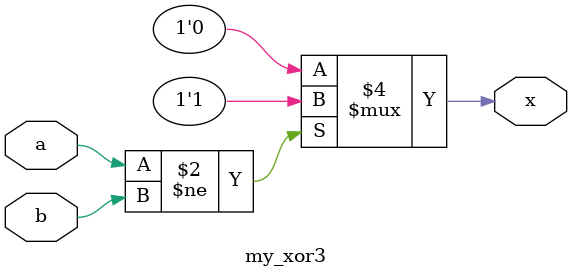
<source format=v>
`timescale 1ns / 1ps
module my_xor3(a, b, x);
	input a, b;
	output x;
	reg x;
	
	always @(a, b) begin
		if(a != b)
			x = 1'b1;
		else
			x = 1'b0;
	end
endmodule

</source>
